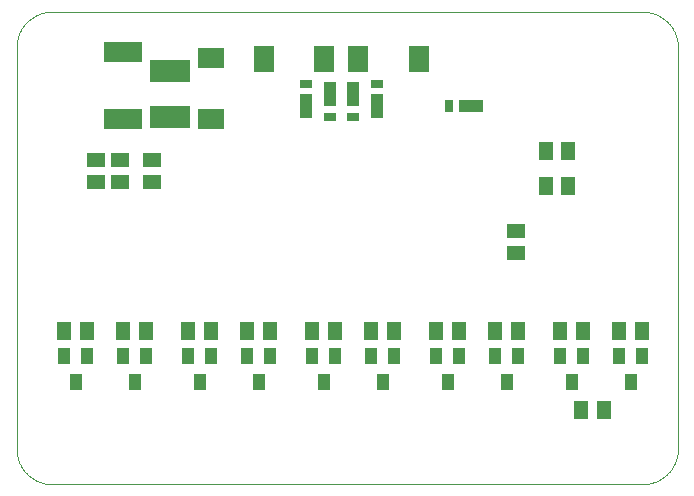
<source format=gbp>
G04 EAGLE Gerber RS-274X export*
G75*
%MOMM*%
%FSLAX35Y35*%
%LPD*%
%INsolder_paste_bottom*%
%IPPOS*%
%AMOC8*
5,1,8,0,0,1.08239X$1,22.5*%
G01*
%ADD10C,0.000000*%
%ADD11R,1.500000X1.300000*%
%ADD12R,1.100000X2.000000*%
%ADD13R,1.100000X0.800000*%
%ADD14R,3.200000X1.800000*%
%ADD15R,3.400000X1.900000*%
%ADD16R,2.200000X1.800000*%
%ADD17R,1.300000X1.500000*%
%ADD18R,2.000000X1.100000*%
%ADD19R,0.800000X1.100000*%
%ADD20R,1.000000X1.400000*%
%ADD21R,1.800000X2.200000*%


D10*
X5600000Y3700000D02*
X5600000Y300000D01*
X5599912Y292751D01*
X5599650Y285506D01*
X5599212Y278270D01*
X5598599Y271046D01*
X5597813Y263839D01*
X5596852Y256653D01*
X5595718Y249493D01*
X5594411Y242362D01*
X5592932Y235265D01*
X5591283Y228205D01*
X5589463Y221188D01*
X5587474Y214216D01*
X5585317Y207295D01*
X5582994Y200428D01*
X5580505Y193619D01*
X5577852Y186872D01*
X5575038Y180191D01*
X5572062Y173580D01*
X5568928Y167043D01*
X5565637Y160583D01*
X5562190Y154205D01*
X5558591Y147912D01*
X5554840Y141708D01*
X5550941Y135596D01*
X5546895Y129581D01*
X5542705Y123664D01*
X5538373Y117851D01*
X5533902Y112144D01*
X5529295Y106547D01*
X5524553Y101063D01*
X5519681Y95695D01*
X5514680Y90447D01*
X5509553Y85320D01*
X5504305Y80319D01*
X5498937Y75447D01*
X5493453Y70705D01*
X5487856Y66098D01*
X5482149Y61627D01*
X5476336Y57295D01*
X5470419Y53105D01*
X5464404Y49059D01*
X5458292Y45160D01*
X5452088Y41409D01*
X5445795Y37810D01*
X5439417Y34363D01*
X5432957Y31072D01*
X5426420Y27938D01*
X5419809Y24962D01*
X5413128Y22148D01*
X5406381Y19495D01*
X5399572Y17006D01*
X5392705Y14683D01*
X5385784Y12526D01*
X5378812Y10537D01*
X5371795Y8717D01*
X5364735Y7068D01*
X5357638Y5589D01*
X5350507Y4282D01*
X5343347Y3148D01*
X5336161Y2187D01*
X5328954Y1401D01*
X5321730Y788D01*
X5314494Y350D01*
X5307249Y88D01*
X5300000Y0D01*
X300000Y0D01*
X292751Y88D01*
X285506Y350D01*
X278270Y788D01*
X271046Y1401D01*
X263839Y2187D01*
X256653Y3148D01*
X249493Y4282D01*
X242362Y5589D01*
X235265Y7068D01*
X228205Y8717D01*
X221188Y10537D01*
X214216Y12526D01*
X207295Y14683D01*
X200428Y17006D01*
X193619Y19495D01*
X186872Y22148D01*
X180191Y24962D01*
X173580Y27938D01*
X167043Y31072D01*
X160583Y34363D01*
X154205Y37810D01*
X147912Y41409D01*
X141708Y45160D01*
X135596Y49059D01*
X129581Y53105D01*
X123664Y57295D01*
X117851Y61627D01*
X112144Y66098D01*
X106547Y70705D01*
X101063Y75447D01*
X95695Y80319D01*
X90447Y85320D01*
X85320Y90447D01*
X80319Y95695D01*
X75447Y101063D01*
X70705Y106547D01*
X66098Y112144D01*
X61627Y117851D01*
X57295Y123664D01*
X53105Y129581D01*
X49059Y135596D01*
X45160Y141708D01*
X41409Y147912D01*
X37810Y154205D01*
X34363Y160583D01*
X31072Y167043D01*
X27938Y173580D01*
X24962Y180191D01*
X22148Y186872D01*
X19495Y193619D01*
X17006Y200428D01*
X14683Y207295D01*
X12526Y214216D01*
X10537Y221188D01*
X8717Y228205D01*
X7068Y235265D01*
X5589Y242362D01*
X4282Y249493D01*
X3148Y256653D01*
X2187Y263839D01*
X1401Y271046D01*
X788Y278270D01*
X350Y285506D01*
X88Y292751D01*
X0Y300000D01*
X0Y3700000D01*
X88Y3707249D01*
X350Y3714494D01*
X788Y3721730D01*
X1401Y3728954D01*
X2187Y3736161D01*
X3148Y3743347D01*
X4282Y3750507D01*
X5589Y3757638D01*
X7068Y3764735D01*
X8717Y3771795D01*
X10537Y3778812D01*
X12526Y3785784D01*
X14683Y3792705D01*
X17006Y3799572D01*
X19495Y3806381D01*
X22148Y3813128D01*
X24962Y3819809D01*
X27938Y3826420D01*
X31072Y3832957D01*
X34363Y3839417D01*
X37810Y3845795D01*
X41409Y3852088D01*
X45160Y3858292D01*
X49059Y3864404D01*
X53105Y3870419D01*
X57295Y3876336D01*
X61627Y3882149D01*
X66098Y3887856D01*
X70705Y3893453D01*
X75447Y3898937D01*
X80319Y3904305D01*
X85320Y3909553D01*
X90447Y3914680D01*
X95695Y3919681D01*
X101063Y3924553D01*
X106547Y3929295D01*
X112144Y3933902D01*
X117851Y3938373D01*
X123664Y3942705D01*
X129581Y3946895D01*
X135596Y3950941D01*
X141708Y3954840D01*
X147912Y3958591D01*
X154205Y3962190D01*
X160583Y3965637D01*
X167043Y3968928D01*
X173580Y3972062D01*
X180191Y3975038D01*
X186872Y3977852D01*
X193619Y3980505D01*
X200428Y3982994D01*
X207295Y3985317D01*
X214216Y3987474D01*
X221188Y3989463D01*
X228205Y3991283D01*
X235265Y3992932D01*
X242362Y3994411D01*
X249493Y3995718D01*
X256653Y3996852D01*
X263839Y3997813D01*
X271046Y3998599D01*
X278270Y3999212D01*
X285506Y3999650D01*
X292751Y3999912D01*
X300000Y4000000D01*
X5300000Y4000000D01*
X5307249Y3999912D01*
X5314494Y3999650D01*
X5321730Y3999212D01*
X5328954Y3998599D01*
X5336161Y3997813D01*
X5343347Y3996852D01*
X5350507Y3995718D01*
X5357638Y3994411D01*
X5364735Y3992932D01*
X5371795Y3991283D01*
X5378812Y3989463D01*
X5385784Y3987474D01*
X5392705Y3985317D01*
X5399572Y3982994D01*
X5406381Y3980505D01*
X5413128Y3977852D01*
X5419809Y3975038D01*
X5426420Y3972062D01*
X5432957Y3968928D01*
X5439417Y3965637D01*
X5445795Y3962190D01*
X5452088Y3958591D01*
X5458292Y3954840D01*
X5464404Y3950941D01*
X5470419Y3946895D01*
X5476336Y3942705D01*
X5482149Y3938373D01*
X5487856Y3933902D01*
X5493453Y3929295D01*
X5498937Y3924553D01*
X5504305Y3919681D01*
X5509553Y3914680D01*
X5514680Y3909553D01*
X5519681Y3904305D01*
X5524553Y3898937D01*
X5529295Y3893453D01*
X5533902Y3887856D01*
X5538373Y3882149D01*
X5542705Y3876336D01*
X5546895Y3870419D01*
X5550941Y3864404D01*
X5554840Y3858292D01*
X5558591Y3852088D01*
X5562190Y3845795D01*
X5565637Y3839417D01*
X5568928Y3832957D01*
X5572062Y3826420D01*
X5575038Y3819809D01*
X5577852Y3813128D01*
X5580505Y3806381D01*
X5582994Y3799572D01*
X5585317Y3792705D01*
X5587474Y3785784D01*
X5589463Y3778812D01*
X5591283Y3771795D01*
X5592932Y3764735D01*
X5594411Y3757638D01*
X5595718Y3750507D01*
X5596852Y3743347D01*
X5597813Y3736161D01*
X5598599Y3728954D01*
X5599212Y3721730D01*
X5599650Y3714494D01*
X5599912Y3707249D01*
X5600000Y3700000D01*
D11*
X4225000Y2145000D03*
X4225000Y1955000D03*
D12*
X3050000Y3200000D03*
D13*
X3050000Y3390000D03*
D12*
X2850000Y3300000D03*
D13*
X2850000Y3110000D03*
D12*
X2450000Y3200000D03*
D13*
X2450000Y3390000D03*
D12*
X2650000Y3300000D03*
D13*
X2650000Y3110000D03*
D14*
X900000Y3655000D03*
X900000Y3095000D03*
D15*
X1300000Y3495000D03*
X1300000Y3105000D03*
D16*
X1650000Y3095000D03*
X1650000Y3605000D03*
D11*
X1150000Y2745000D03*
X1150000Y2555000D03*
X675000Y2555000D03*
X675000Y2745000D03*
X875000Y2555000D03*
X875000Y2745000D03*
D17*
X4970000Y625000D03*
X4780000Y625000D03*
X4670000Y2825000D03*
X4480000Y2825000D03*
X4670000Y2525000D03*
X4480000Y2525000D03*
D18*
X3850000Y3200000D03*
D19*
X3660000Y3200000D03*
D20*
X500000Y865000D03*
X595000Y1085000D03*
X405000Y1085000D03*
X1000000Y865000D03*
X1095000Y1085000D03*
X905000Y1085000D03*
D17*
X405000Y1300000D03*
X595000Y1300000D03*
X905000Y1300000D03*
X1095000Y1300000D03*
D20*
X1550000Y865000D03*
X1645000Y1085000D03*
X1455000Y1085000D03*
X2050000Y865000D03*
X2145000Y1085000D03*
X1955000Y1085000D03*
D17*
X1455000Y1300000D03*
X1645000Y1300000D03*
X1955000Y1300000D03*
X2145000Y1300000D03*
D20*
X2600000Y865000D03*
X2695000Y1085000D03*
X2505000Y1085000D03*
X3100000Y865000D03*
X3195000Y1085000D03*
X3005000Y1085000D03*
D17*
X2505000Y1300000D03*
X2695000Y1300000D03*
X3005000Y1300000D03*
X3195000Y1300000D03*
D20*
X3650000Y865000D03*
X3745000Y1085000D03*
X3555000Y1085000D03*
X4150000Y865000D03*
X4245000Y1085000D03*
X4055000Y1085000D03*
D17*
X3555000Y1300000D03*
X3745000Y1300000D03*
X4055000Y1300000D03*
X4245000Y1300000D03*
D20*
X4700000Y865000D03*
X4795000Y1085000D03*
X4605000Y1085000D03*
X5200000Y865000D03*
X5295000Y1085000D03*
X5105000Y1085000D03*
D17*
X4605000Y1300000D03*
X4795000Y1300000D03*
X5105000Y1300000D03*
X5295000Y1300000D03*
D21*
X2605000Y3600000D03*
X2095000Y3600000D03*
X2895000Y3600000D03*
X3405000Y3600000D03*
M02*

</source>
